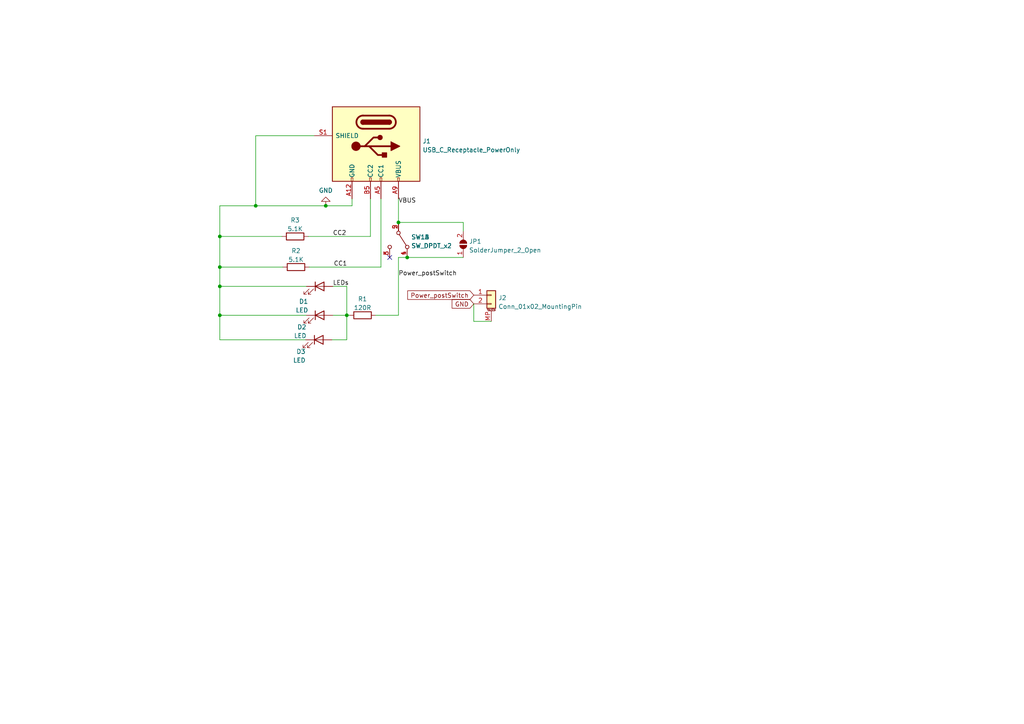
<source format=kicad_sch>
(kicad_sch (version 20211123) (generator eeschema)
  (paper "A4")
  (lib_symbols
    (symbol "Connector_Generic_MountingPin:Conn_01x02_MountingPin" (pin_names (offset 1.016) hide)
      (property "Reference" "J" (at 0 2.54 0))
      (property "Value" "Conn_01x02_MountingPin" (at 1.27 -5.08 0))
      (symbol "Conn_01x02_MountingPin_1_1"
        (rectangle (start -1.27 -2.413) (end 0 -2.667) (stroke (width 0.1524)))
        (rectangle (start -1.27 0.127) (end 0 -0.127) (stroke (width 0.1524)))
        (rectangle (start -1.27 1.27) (end 1.27 -3.81) (stroke (width 0.254)) (fill (type background)))
        (polyline (pts (xy -1.016 -4.572) (xy 1.016 -4.572)) (stroke (width 0.1524)))
        (text "Mounting" (at 0 -4.191 0) (effects (font (size 0.381 0.381))))
        (pin passive line (at -5.08 0 0) (length 3.81) (name "Pin_1") (number "1"))
        (pin passive line (at -5.08 -2.54 0) (length 3.81) (name "Pin_2") (number "2"))
        (pin passive line (at 0 -7.62 90) (length 3.048) (name "MountPin") (number "MP"))
      )
    )
    (symbol "Device:LED" (pin_numbers hide) (pin_names (offset 1.016) hide)
      (property "Reference" "D" (at 0 2.54 0))
      (property "Value" "LED" (at 0 -2.54 0))
      (symbol "LED_0_1"
        (polyline (pts (xy -1.27 -1.27) (xy -1.27 1.27)) (stroke (width 0.254)))
        (polyline (pts (xy -1.27 0) (xy 1.27 0)))
        (polyline (pts (xy 1.27 -1.27) (xy 1.27 1.27) (xy -1.27 0) (xy 1.27 -1.27)) (stroke (width 0.254)))
        (polyline (pts (xy -3.048 -0.762) (xy -4.572 -2.286) (xy -3.81 -2.286) (xy -4.572 -2.286) (xy -4.572 -1.524)))
        (polyline (pts (xy -1.778 -0.762) (xy -3.302 -2.286) (xy -2.54 -2.286) (xy -3.302 -2.286) (xy -3.302 -1.524)))
      )
      (symbol "LED_1_1"
        (pin passive line (at -3.81 0 0) (length 2.54) (name "K") (number "1"))
        (pin passive line (at 3.81 0 180) (length 2.54) (name "A") (number "2"))
      )
    )
    (symbol "Device:R" (pin_numbers hide) (pin_names (offset 0))
      (property "Reference" "R" (at 2.032 0 90))
      (property "Value" "R" (at 0 0 90))
      (symbol "R_0_1"
        (rectangle (start -1.016 -2.54) (end 1.016 2.54) (stroke (width 0.254)))
      )
      (symbol "R_1_1"
        (pin passive line (at 0 3.81 270) (length 1.27) (name "~") (number "1"))
        (pin passive line (at 0 -3.81 90) (length 1.27) (name "~") (number "2"))
      )
    )
    (symbol "Jumper:SolderJumper_2_Open" (pin_names (offset 0) hide)
      (property "Reference" "JP" (at 0 2.032 0))
      (property "Value" "SolderJumper_2_Open" (at 0 -2.54 0))
      (symbol "SolderJumper_2_Open_0_1"
        (arc (start -0.254 1.016) (mid -1.27 0) (end -0.254 -1.016))
        (arc (start -0.254 1.016) (mid -1.27 0) (end -0.254 -1.016) (fill (type outline)))
        (polyline (pts (xy -0.254 1.016) (xy -0.254 -1.016)))
        (polyline (pts (xy 0.254 1.016) (xy 0.254 -1.016)))
        (arc (start 0.254 -1.016) (mid 1.27 0) (end 0.254 1.016))
        (arc (start 0.254 -1.016) (mid 1.27 0) (end 0.254 1.016) (fill (type outline)))
      )
      (symbol "SolderJumper_2_Open_1_1"
        (pin passive line (at -3.81 0 0) (length 2.54) (name "A") (number "1"))
        (pin passive line (at 3.81 0 180) (length 2.54) (name "B") (number "2"))
      )
    )
    (symbol "Switch:SW_DPDT_x2" (pin_names (offset 0) hide)
      (property "Reference" "SW" (at 0 4.318 0))
      (property "Value" "SW_DPDT_x2" (at 0 -5.08 0))
      (symbol "SW_DPDT_x2_0_0"
        (circle (center -2.032 0) (radius 0.508))
        (circle (center 2.032 -2.54) (radius 0.508))
      )
      (symbol "SW_DPDT_x2_0_1"
        (polyline (pts (xy -1.524 0.254) (xy 1.651 2.286)))
        (circle (center 2.032 2.54) (radius 0.508))
      )
      (symbol "SW_DPDT_x2_1_1"
        (pin passive line (at 5.08 2.54 180) (length 2.54) (name "A") (number "1"))
        (pin passive line (at -5.08 0 0) (length 2.54) (name "B") (number "2"))
        (pin passive line (at 5.08 -2.54 180) (length 2.54) (name "C") (number "3"))
      )
      (symbol "SW_DPDT_x2_2_1"
        (pin passive line (at 5.08 2.54 180) (length 2.54) (name "A") (number "4"))
        (pin passive line (at -5.08 0 0) (length 2.54) (name "B") (number "5"))
        (pin passive line (at 5.08 -2.54 180) (length 2.54) (name "C") (number "6"))
      )
    )
    (symbol "power:GND" (power) (pin_names (offset 0))
      (property "Value" "GND" (at 0 -3.81 0))
      (symbol "GND_0_1"
        (polyline (pts (xy 0 0) (xy 0 -1.27) (xy 1.27 -1.27) (xy 0 -2.54) (xy -1.27 -1.27) (xy 0 -1.27)))
      )
      (symbol "GND_1_1"
        (pin power_in line (at 0 0 270) (length 0) hide (name "GND") (number "1"))
      )
    )
    (symbol "sensorstrip:USB_C_Receptacle_PowerOnly" (pin_names (offset 1.016))
      (property "Reference" "J" (at -13.335 15.875 0))
      (property "Value" "USB_C_Receptacle_PowerOnly" (at 13.97 19.685 0))
      (symbol "USB_C_Receptacle_PowerOnly_0_0"
        (rectangle (start 9.144 11.176) (end 10.16 10.668))
        (rectangle (start 10.16 -2.794) (end 9.144 -2.286))
        (rectangle (start 10.16 3.048) (end 9.144 2.54))
        (rectangle (start 10.16 6.096) (end 9.144 5.588))
      )
      (symbol "USB_C_Receptacle_PowerOnly_0_1"
        (rectangle (start -11.43 17.145) (end 10.16 -8.255) (stroke (width 0.254)) (fill (type background)))
        (arc (start -8.89 0.635) (mid -6.985 -1.27) (end -5.08 0.635) (stroke (width 0.508)))
        (arc (start -7.62 0.635) (mid -6.985 0) (end -6.35 0.635) (stroke (width 0.254)))
        (arc (start -7.62 0.635) (mid -6.985 0) (end -6.35 0.635) (stroke (width 0.254)) (fill (type outline)))
        (rectangle (start -7.62 0.635) (end -6.35 8.255) (stroke (width 0.254)) (fill (type outline)))
        (arc (start -6.35 8.255) (mid -6.985 8.89) (end -7.62 8.255) (stroke (width 0.254)))
        (arc (start -6.35 8.255) (mid -6.985 8.89) (end -7.62 8.255) (stroke (width 0.254)) (fill (type outline)))
        (arc (start -5.08 8.255) (mid -6.985 10.16) (end -8.89 8.255) (stroke (width 0.508)))
        (circle (center -2.54 5.588) (radius 0.635) (stroke (width 0.254)) (fill (type outline)))
        (circle (center 0 -1.397) (radius 1.27) (fill (type outline)))
        (polyline (pts (xy -8.89 0.635) (xy -8.89 8.255)) (stroke (width 0.508)))
        (polyline (pts (xy -5.08 8.255) (xy -5.08 0.635)) (stroke (width 0.508)))
        (polyline (pts (xy 0 -1.397) (xy 0 8.763)) (stroke (width 0.508)))
        (polyline (pts (xy 0 1.143) (xy -2.54 3.683) (xy -2.54 4.953)) (stroke (width 0.508)))
        (polyline (pts (xy 0 2.413) (xy 2.54 4.953) (xy 2.54 6.223)) (stroke (width 0.508)))
        (polyline (pts (xy -1.27 8.763) (xy 0 11.303) (xy 1.27 8.763) (xy -1.27 8.763)) (stroke (width 0.254)) (fill (type outline)))
        (rectangle (start 1.905 6.223) (end 3.175 7.493) (stroke (width 0.254)) (fill (type outline)))
      )
      (symbol "USB_C_Receptacle_PowerOnly_1_1"
        (pin power_out line (at 15.24 -2.54 180) (length 5.08) (name "GND") (number "A12"))
        (pin bidirectional line (at 15.24 5.842 180) (length 5.08) (name "CC1") (number "A5"))
        (pin power_out line (at 15.24 10.922 180) (length 5.08) (name "VBUS") (number "A9"))
        (pin passive line (at 15.24 -2.54 180) (length 5.08) hide (name "GND") (number "B12"))
        (pin bidirectional line (at 15.24 2.794 180) (length 5.08) (name "CC2") (number "B5"))
        (pin passive line (at 15.24 10.922 180) (length 5.08) hide (name "VBUS") (number "B9"))
        (pin passive line (at -3.048 -13.462 90) (length 5.08) (name "SHIELD") (number "S1"))
      )
    )
  )
  (junction (at 94.488 59.69))
  (junction (at 63.754 68.58))
  (junction (at 63.754 77.47))
  (junction (at 118.11 74.676))
  (junction (at 115.57 64.516))
  (junction (at 63.754 83.058))
  (junction (at 100.584 91.44))
  (junction (at 63.754 91.44))
  (junction (at 74.168 59.69))
  (no_connect (at 113.03 74.676))
  (wire (pts (xy 88.9 91.44) (xy 63.754 91.44)))
  (wire (pts (xy 63.754 83.058) (xy 63.754 77.47)))
  (wire (pts (xy 100.584 98.552) (xy 96.266 98.552)))
  (wire (pts (xy 63.754 91.44) (xy 63.754 98.552)))
  (wire (pts (xy 110.49 57.658) (xy 110.49 77.47)))
  (wire (pts (xy 63.754 77.47) (xy 82.042 77.47)))
  (wire (pts (xy 89.662 77.47) (xy 110.49 77.47)))
  (wire (pts (xy 134.366 67.056) (xy 134.366 64.516)))
  (wire (pts (xy 115.57 57.658) (xy 115.57 64.516)))
  (wire (pts (xy 63.754 68.58) (xy 63.754 77.47)))
  (wire (pts (xy 101.346 91.44) (xy 100.584 91.44)))
  (wire (pts (xy 91.186 39.37) (xy 74.168 39.37)))
  (wire (pts (xy 94.488 59.69) (xy 102.108 59.69)))
  (wire (pts (xy 89.408 68.58) (xy 107.442 68.58)))
  (wire (pts (xy 88.646 98.552) (xy 63.754 98.552)))
  (wire (pts (xy 74.168 39.37) (xy 74.168 59.69)))
  (wire (pts (xy 137.414 93.218) (xy 142.494 93.218)))
  (wire (pts (xy 107.442 57.658) (xy 107.442 68.58)))
  (wire (pts (xy 63.754 83.058) (xy 63.754 91.44)))
  (wire (pts (xy 100.584 83.058) (xy 96.52 83.058)))
  (wire (pts (xy 63.754 59.69) (xy 74.168 59.69)))
  (wire (pts (xy 115.57 74.676) (xy 115.57 91.44)))
  (wire (pts (xy 102.108 57.658) (xy 102.108 59.69)))
  (wire (pts (xy 115.57 74.676) (xy 118.11 74.676)))
  (wire (pts (xy 100.584 91.44) (xy 100.584 83.058)))
  (wire (pts (xy 137.414 93.218) (xy 137.414 88.138)))
  (wire (pts (xy 115.57 91.44) (xy 108.966 91.44)))
  (wire (pts (xy 88.9 83.058) (xy 63.754 83.058)))
  (wire (pts (xy 100.584 91.44) (xy 100.584 98.552)))
  (wire (pts (xy 74.168 59.69) (xy 94.488 59.69)))
  (wire (pts (xy 134.366 64.516) (xy 115.57 64.516)))
  (wire (pts (xy 63.754 68.58) (xy 81.788 68.58)))
  (wire (pts (xy 100.584 91.44) (xy 96.52 91.44)))
  (wire (pts (xy 63.754 59.69) (xy 63.754 68.58)))
  (wire (pts (xy 118.11 74.676) (xy 134.366 74.676)))
  (label "CC1" (at 96.774 77.47 0))
  (label "LEDs" (at 96.52 83.058 0))
  (label "VBUS" (at 115.57 59.182 0))
  (label "CC2" (at 96.52 68.58 0))
  (label "Power_postSwitch" (at 115.57 80.264 0))
  (global_label "Power_postSwitch" (shape input) (at 137.414 85.598 180) (property "Intersheet References" "${INTERSHEET_REFS}" (effects hide)))
  (global_label "GND" (shape input) (at 137.414 88.138 180) (property "Intersheet References" "${INTERSHEET_REFS}" (effects hide)))
  (symbol (lib_id "Switch:SW_DPDT_x2") (at 115.57 69.596 270) (unit 1)
    (property "Reference" "SW1" (at 119.253 68.7613 90) (effects (justify left)))
    (property "Value" "SW_DPDT_x2" (at 119.253 71.2982 90) (effects (justify left)))
    (property "Footprint" "sensorstrip:JS202011SCQN" (effects hide))
  )
  (symbol (lib_id "Device:LED") (at 92.456 98.552 0) (unit 1)
    (property "Reference" "D3" (at 88.646 101.9718 0) (effects (justify right)))
    (property "Value" "LED" (at 88.646 104.5087 0) (effects (justify right)))
    (property "Footprint" "sensorstrip:LED_THT-1.27mm-OrthogonalSMDMount" (effects hide))
  )
  (symbol (lib_id "Connector_Generic_MountingPin:Conn_01x02_MountingPin") (at 142.494 85.598 0) (unit 1)
    (property "Reference" "J2" (at 144.526 86.3889 0) (effects (justify left)))
    (property "Value" "Conn_01x02_MountingPin" (at 144.526 88.9258 0) (effects (justify left)))
    (property "Footprint" "Connector_JST:JST_GH_SM02B-GHS-TB_1x02-1MP_P1.25mm_Horizontal" (effects hide))
  )
  (symbol (lib_id "Device:R") (at 85.598 68.58 90) (unit 1)
    (property "Reference" "R3" (at 85.598 63.8642 90))
    (property "Value" "5.1K" (at 85.598 66.4011 90))
    (property "Footprint" "Resistor_SMD:R_0603_1608Metric_Pad0.98x0.95mm_HandSolder" (effects hide))
  )
  (symbol (lib_id "Jumper:SolderJumper_2_Open") (at 134.366 70.866 90) (unit 1)
    (property "Reference" "JP1" (at 136.017 70.0313 90) (effects (justify right)))
    (property "Value" "SolderJumper_2_Open" (at 136.017 72.5682 90) (effects (justify right)))
    (property "Footprint" "Jumper:SolderJumper-2_P1.3mm_Open_Pad1.0x1.5mm" (effects hide))
  )
  (symbol (lib_id "power:GND") (at 94.488 59.69 180) (unit 1)
    (property "Reference" "#PWR01" (effects hide))
    (property "Value" "GND" (at 94.488 55.2466 0))
  )
  (symbol (lib_id "Device:LED") (at 92.71 91.44 0) (unit 1)
    (property "Reference" "D2" (at 88.9 94.8598 0) (effects (justify right)))
    (property "Value" "LED" (at 88.9 97.3967 0) (effects (justify right)))
    (property "Footprint" "sensorstrip:LED_THT-1.27mm-OrthogonalSMDMount" (effects hide))
  )
  (symbol (lib_id "sensorstrip:USB_C_Receptacle_PowerOnly") (at 104.648 42.418 270) (unit 1)
    (property "Reference" "J1" (at 122.555 40.9483 90) (effects (justify left)))
    (property "Value" "USB_C_Receptacle_PowerOnly" (at 122.555 43.4852 90) (effects (justify left)))
    (property "Footprint" "sensorstrip:DEALON USB Type-C 6Pin" (effects hide))
    (property "Datasheet" "https://www.usb.org/sites/default/files/documents/usb_type-c.zip" (effects hide))
  )
  (symbol (lib_id "Switch:SW_DPDT_x2") (at 115.57 69.596 270) (unit 2)
    (property "Reference" "SW1" (at 119.253 68.7613 90) (effects (justify left)))
    (property "Value" "SW_DPDT_x2" (at 119.253 71.2982 90) (effects (justify left)))
    (property "Footprint" "sensorstrip:JS202011SCQN" (effects hide))
  )
  (symbol (lib_id "Device:LED") (at 92.71 83.058 0) (unit 1)
    (property "Reference" "D1" (at 89.408 87.4394 0) (effects (justify right)))
    (property "Value" "LED" (at 89.408 89.9794 0) (effects (justify right)))
    (property "Footprint" "sensorstrip:LED_THT-1.27mm-OrthogonalSMDMount" (effects hide))
  )
  (symbol (lib_id "Device:R") (at 105.156 91.44 90) (unit 1)
    (property "Reference" "R1" (at 105.156 86.7242 90))
    (property "Value" "120R" (at 105.156 89.2611 90))
    (property "Footprint" "Resistor_SMD:R_0603_1608Metric_Pad0.98x0.95mm_HandSolder" (effects hide))
  )
  (symbol (lib_id "Device:R") (at 85.852 77.47 90) (unit 1)
    (property "Reference" "R2" (at 85.852 72.7542 90))
    (property "Value" "5.1K" (at 85.852 75.2911 90))
    (property "Footprint" "Resistor_SMD:R_0603_1608Metric_Pad0.98x0.95mm_HandSolder" (effects hide))
  )
)
</source>
